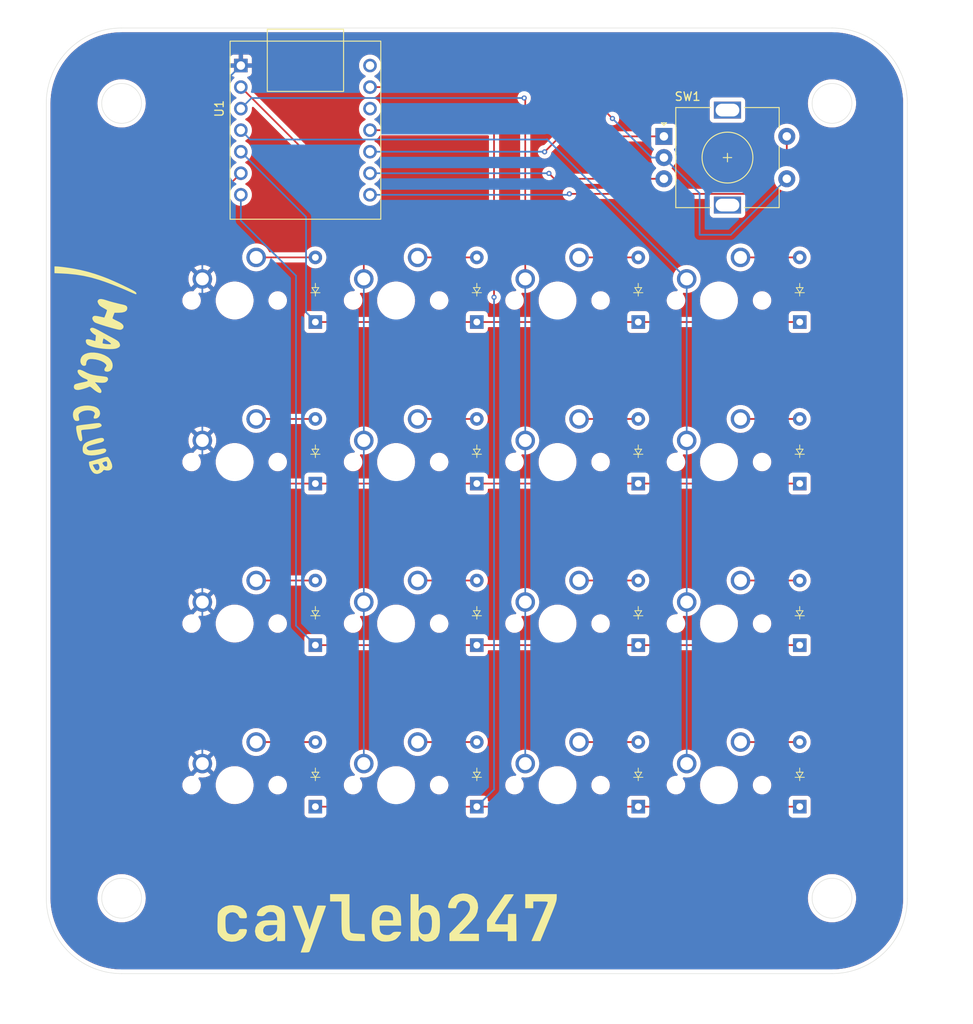
<source format=kicad_pcb>
(kicad_pcb (version 20240108) (generator "pcbnew") (generator_version "8.0")
  (layers (0 "F.Cu" signal) (31 "B.Cu" signal) (34 "B.Paste" user) (35 "F.Paste" user) (36 "B.SilkS" user "B.Silkscreen") (37 "F.SilkS" user "F.Silkscreen") (38 "B.Mask" user) (39 "F.Mask" user) (44 "Edge.Cuts" user))
  (net 0 "")
  (net 1 "ROW0")
  (net 2 "Net-(D1-A)")
  (net 3 "Net-(D16-A)")
  (net 4 "Net-(D17-A)")
  (net 5 "Net-(D18-A)")
  (net 6 "Net-(D19-A)")
  (net 7 "ROW1")
  (net 8 "Net-(D20-A)")
  (net 9 "Net-(D21-A)")
  (net 10 "Net-(D22-A)")
  (net 11 "ROW2")
  (net 12 "Net-(D23-A)")
  (net 13 "Net-(D24-A)")
  (net 14 "Net-(D25-A)")
  (net 15 "Net-(D26-A)")
  (net 16 "ROW3")
  (net 17 "Net-(D27-A)")
  (net 18 "Net-(D28-A)")
  (net 19 "Net-(D29-A)")
  (net 20 "Net-(D30-A)")
  (net 21 "COL1")
  (net 22 "COL2")
  (net 23 "COL3")
  (net 24 "COL0")
  (net 25 "EC11B")
  (net 26 "EC11A")
  (net 27 "EC11SW")
  (net 28 "GND")
  (net 29 "+5V")
  (footprint "MX_Solderable:MX-Solderable-1U" (layer "F.Cu") (at 136.525 117.475)
    (property "Reference" "S14")
    (property "Value" "Keyswitch")
    (pad "" np_thru_hole circle (at -5.08 0 48.099) (size 1.7018 1.7018) (drill 1.7018) (layers "F&B.Cu" "*.Mask"))
    (pad "" np_thru_hole circle (at 0 0) (size 3.9878 3.9878) (drill 3.9878) (layers "*.Cu" "*.Mask"))
    (pad "" np_thru_hole circle (at 5.08 0 48.099) (size 1.7018 1.7018) (drill 1.7018) (layers "F&B.Cu" "*.Mask"))
    (pad "1" thru_hole circle (at -3.81 -2.54) (size 2.3 2.3) (drill 1.524) (layers "*.Cu" "B.Mask") (net 22 "COL2"))
    (pad "2" thru_hole circle (at 2.54 -5.08) (size 2.3 2.3) (drill 1.524) (layers "*.Cu" "B.Mask") (net 19 "Net-(D29-A)"))
  )
  (footprint "ScottoKeebs_Components:Diode_DO-35" (layer "F.Cu") (at 165.1 120.015 90)
    (property "Reference" "D30" (hide yes))
    (property "Value" "D" (hide yes))
    (pad "1" thru_hole rect (at 0 0 90) (size 1.6 1.6) (drill 0.8) (layers "*.Cu" "*.Mask") (net 16 "ROW3"))
    (pad "2" thru_hole oval (at 7.62 0 90) (size 1.6 1.6) (drill 0.8) (layers "*.Cu" "*.Mask") (net 20 "Net-(D30-A)"))
  )
  (footprint "MX_Solderable:MX-Solderable-1U" (layer "F.Cu") (at 117.475 98.425)
    (property "Reference" "S9")
    (property "Value" "Keyswitch")
    (pad "" np_thru_hole circle (at -5.08 0 48.099) (size 1.7018 1.7018) (drill 1.7018) (layers "F&B.Cu" "*.Mask"))
    (pad "" np_thru_hole circle (at 0 0) (size 3.9878 3.9878) (drill 3.9878) (layers "*.Cu" "*.Mask"))
    (pad "" np_thru_hole circle (at 5.08 0 48.099) (size 1.7018 1.7018) (drill 1.7018) (layers "F&B.Cu" "*.Mask"))
    (pad "1" thru_hole circle (at -3.81 -2.54) (size 2.3 2.3) (drill 1.524) (layers "*.Cu" "B.Mask") (net 21 "COL1"))
    (pad "2" thru_hole circle (at 2.54 -5.08) (size 2.3 2.3) (drill 1.524) (layers "*.Cu" "B.Mask") (net 13 "Net-(D24-A)"))
  )
  (footprint "graphics:flag_big" (layer "F.Cu") (at 82.169 70.612 -90)
    (property "Reference" "G***" (hide yes))
    (property "Value" "LOGO" (hide yes))
  )
  (footprint "ScottoKeebs_Components:Diode_DO-35" (layer "F.Cu") (at 127 81.915 90)
    (property "Reference" "D20" (hide yes))
    (property "Value" "D" (hide yes))
    (pad "1" thru_hole rect (at 0 0 90) (size 1.6 1.6) (drill 0.8) (layers "*.Cu" "*.Mask") (net 7 "ROW1"))
    (pad "2" thru_hole oval (at 7.62 0 90) (size 1.6 1.6) (drill 0.8) (layers "*.Cu" "*.Mask") (net 8 "Net-(D20-A)"))
  )
  (footprint "ScottoKeebs_Components:Diode_DO-35" (layer "F.Cu") (at 146.05 120.015 90)
    (property "Reference" "D29" (hide yes))
    (property "Value" "D" (hide yes))
    (pad "1" thru_hole rect (at 0 0 90) (size 1.6 1.6) (drill 0.8) (layers "*.Cu" "*.Mask") (net 16 "ROW3"))
    (pad "2" thru_hole oval (at 7.62 0 90) (size 1.6 1.6) (drill 0.8) (layers "*.Cu" "*.Mask") (net 19 "Net-(D29-A)"))
  )
  (footprint "MX_Solderable:MX-Solderable-1U" (layer "F.Cu") (at 117.475 79.375)
    (property "Reference" "S5")
    (property "Value" "Keyswitch")
    (pad "" np_thru_hole circle (at -5.08 0 48.099) (size 1.7018 1.7018) (drill 1.7018) (layers "F&B.Cu" "*.Mask"))
    (pad "" np_thru_hole circle (at 0 0) (size 3.9878 3.9878) (drill 3.9878) (layers "*.Cu" "*.Mask"))
    (pad "" np_thru_hole circle (at 5.08 0 48.099) (size 1.7018 1.7018) (drill 1.7018) (layers "F&B.Cu" "*.Mask"))
    (pad "1" thru_hole circle (at -3.81 -2.54) (size 2.3 2.3) (drill 1.524) (layers "*.Cu" "B.Mask") (net 21 "COL1"))
    (pad "2" thru_hole circle (at 2.54 -5.08) (size 2.3 2.3) (drill 1.524) (layers "*.Cu" "B.Mask") (net 8 "Net-(D20-A)"))
  )
  (footprint "XIAO_PCB:MOUDLE14P-2.54-21X17.8MM" (layer "F.Cu") (at 106.777868 40.242343 90)
    (property "Reference" "U1" (at 2.54 -10.16 90) (layer "F.SilkS"))
    (property "Value" "MOUDLE-SEEEDUINO-XIAO")
    (pad "1" thru_hole rect (at 7.62 -7.62 90) (size 1.6 1.6) (drill 1) (layers "*.Cu" "*.Mask") (net 24 "COL0"))
    (pad "2" thru_hole circle (at 5.08 -7.62 90) (size 1.6 1.6) (drill 1) (layers "*.Cu" "*.Mask") (net 21 "COL1"))
    (pad "3" thru_hole circle (at 2.54 -7.62 90) (size 1.6 1.6) (drill 1) (layers "*.Cu" "*.Mask") (net 22 "COL2"))
    (pad "4" thru_hole circle (at 0 -7.62 90) (size 1.6 1.6) (drill 1) (layers "*.Cu" "*.Mask") (net 23 "COL3"))
    (pad "5" thru_hole circle (at -2.54 -7.62 90) (size 1.6 1.6) (drill 1) (layers "*.Cu" "*.Mask") (net 1 "ROW0"))
    (pad "6" thru_hole circle (at -5.08 -7.62 90) (size 1.6 1.6) (drill 1) (layers "*.Cu" "*.Mask") (net 7 "ROW1"))
    (pad "7" thru_hole circle (at -7.62 -7.62 90) (size 1.6 1.6) (drill 1) (layers "*.Cu" "*.Mask") (net 11 "ROW2"))
    (pad "8" thru_hole circle (at -7.62 7.62 90) (size 1.6 1.6) (drill 1) (layers "*.Cu" "*.Mask") (net 27 "EC11SW"))
    (pad "9" thru_hole circle (at -5.08 7.62 90) (size 1.6 1.6) (drill 1) (layers "*.Cu" "*.Mask") (net 25 "EC11B"))
    (pad "10" thru_hole circle (at -2.54 7.62 90) (size 1.6 1.6) (drill 1) (layers "*.Cu" "*.Mask") (net 26 "EC11A"))
    (pad "11" thru_hole circle (at 0 7.62 90) (size 1.6 1.6) (drill 1) (layers "*.Cu" "*.Mask") (net 16 "ROW3"))
    (pad "12" thru_hole circle (at 2.54 7.62 90) (size 1.6 1.6) (drill 1) (layers "*.Cu" "*.Mask"))
    (pad "13" thru_hole circle (at 5.08 7.62 90) (size 1.6 1.6) (drill 1) (layers "*.Cu" "*.Mask") (net 28 "GND"))
    (pad "14" thru_hole circle (at 7.62 7.62 90) (size 1.6 1.6) (drill 1) (layers "*.Cu" "*.Mask") (net 29 "+5V"))
  )
  (footprint "MX_Solderable:MX-Solderable-1U" (layer "F.Cu") (at 98.425 98.425)
    (property "Reference" "S8")
    (property "Value" "Keyswitch")
    (pad "" np_thru_hole circle (at -5.08 0 48.099) (size 1.7018 1.7018) (drill 1.7018) (layers "F&B.Cu" "*.Mask"))
    (pad "" np_thru_hole circle (at 0 0) (size 3.9878 3.9878) (drill 3.9878) (layers "*.Cu" "*.Mask"))
    (pad "" np_thru_hole circle (at 5.08 0 48.099) (size 1.7018 1.7018) (drill 1.7018) (layers "F&B.Cu" "*.Mask"))
    (pad "1" thru_hole circle (at -3.81 -2.54) (size 2.3 2.3) (drill 1.524) (layers "*.Cu" "B.Mask") (net 24 "COL0"))
    (pad "2" thru_hole circle (at 2.54 -5.08) (size 2.3 2.3) (drill 1.524) (layers "*.Cu" "B.Mask") (net 12 "Net-(D23-A)"))
  )
  (footprint "MX_Solderable:MX-Solderable-1U" (layer "F.Cu") (at 117.475 60.325)
    (property "Reference" "S1")
    (property "Value" "Keyswitch")
    (pad "" np_thru_hole circle (at -5.08 0 48.099) (size 1.7018 1.7018) (drill 1.7018) (layers "F&B.Cu" "*.Mask"))
    (pad "" np_thru_hole circle (at 0 0) (size 3.9878 3.9878) (drill 3.9878) (layers "*.Cu" "*.Mask"))
    (pad "" np_thru_hole circle (at 5.08 0 48.099) (size 1.7018 1.7018) (drill 1.7018) (layers "F&B.Cu" "*.Mask"))
    (pad "1" thru_hole circle (at -3.81 -2.54) (size 2.3 2.3) (drill 1.524) (layers "*.Cu" "B.Mask") (net 21 "COL1"))
    (pad "2" thru_hole circle (at 2.54 -5.08) (size 2.3 2.3) (drill 1.524) (layers "*.Cu" "B.Mask") (net 3 "Net-(D16-A)"))
  )
  (footprint "MX_Solderable:MX-Solderable-1U" (layer "F.Cu") (at 117.475 117.475)
    (property "Reference" "S13")
    (property "Value" "Keyswitch")
    (pad "" np_thru_hole circle (at -5.08 0 48.099) (size 1.7018 1.7018) (drill 1.7018) (layers "F&B.Cu" "*.Mask"))
    (pad "" np_thru_hole circle (at 0 0) (size 3.9878 3.9878) (drill 3.9878) (layers "*.Cu" "*.Mask"))
    (pad "" np_thru_hole circle (at 5.08 0 48.099) (size 1.7018 1.7018) (drill 1.7018) (layers "F&B.Cu" "*.Mask"))
    (pad "1" thru_hole circle (at -3.81 -2.54) (size 2.3 2.3) (drill 1.524) (layers "*.Cu" "B.Mask") (net 21 "COL1"))
    (pad "2" thru_hole circle (at 2.54 -5.08) (size 2.3 2.3) (drill 1.524) (layers "*.Cu" "B.Mask") (net 18 "Net-(D28-A)"))
  )
  (footprint "MX_Solderable:MX-Solderable-1U" (layer "F.Cu") (at 98.425 60.325)
    (property "Reference" "S16")
    (property "Value" "Keyswitch")
    (pad "" np_thru_hole circle (at -5.08 0 48.099) (size 1.7018 1.7018) (drill 1.7018) (layers "F&B.Cu" "*.Mask"))
    (pad "" np_thru_hole circle (at 0 0) (size 3.9878 3.9878) (drill 3.9878) (layers "*.Cu" "*.Mask"))
    (pad "" np_thru_hole circle (at 5.08 0 48.099) (size 1.7018 1.7018) (drill 1.7018) (layers "F&B.Cu" "*.Mask"))
    (pad "1" thru_hole circle (at -3.81 -2.54) (size 2.3 2.3) (drill 1.524) (layers "*.Cu" "B.Mask") (net 24 "COL0"))
    (pad "2" thru_hole circle (at 2.54 -5.08) (size 2.3 2.3) (drill 1.524) (layers "*.Cu" "B.Mask") (net 2 "Net-(D1-A)"))
  )
  (footprint "ScottoKeebs_Components:Diode_DO-35" (layer "F.Cu") (at 107.95 62.865 90)
    (property "Reference" "D1" (hide yes))
    (property "Value" "D" (hide yes))
    (pad "1" thru_hole rect (at 0 0 90) (size 1.6 1.6) (drill 0.8) (layers "*.Cu" "*.Mask") (net 1 "ROW0"))
    (pad "2" thru_hole oval (at 7.62 0 90) (size 1.6 1.6) (drill 0.8) (layers "*.Cu" "*.Mask") (net 2 "Net-(D1-A)"))
  )
  (footprint "MX_Solderable:MX-Solderable-1U" (layer "F.Cu") (at 155.575 79.375)
    (property "Reference" "S7")
    (property "Value" "Keyswitch")
    (pad "" np_thru_hole circle (at -5.08 0 48.099) (size 1.7018 1.7018) (drill 1.7018) (layers "F&B.Cu" "*.Mask"))
    (pad "" np_thru_hole circle (at 0 0) (size 3.9878 3.9878) (drill 3.9878) (layers "*.Cu" "*.Mask"))
    (pad "" np_thru_hole circle (at 5.08 0 48.099) (size 1.7018 1.7018) (drill 1.7018) (layers "F&B.Cu" "*.Mask"))
    (pad "1" thru_hole circle (at -3.81 -2.54) (size 2.3 2.3) (drill 1.524) (layers "*.Cu" "B.Mask") (net 23 "COL3"))
    (pad "2" thru_hole circle (at 2.54 -5.08) (size 2.3 2.3) (drill 1.524) (layers "*.Cu" "B.Mask") (net 10 "Net-(D22-A)"))
  )
  (footprint "MX_Solderable:MX-Solderable-1U" (layer "F.Cu") (at 155.575 98.425)
    (property "Reference" "S11")
    (property "Value" "Keyswitch")
    (pad "" np_thru_hole circle (at -5.08 0 48.099) (size 1.7018 1.7018) (drill 1.7018) (layers "F&B.Cu" "*.Mask"))
    (pad "" np_thru_hole circle (at 0 0) (size 3.9878 3.9878) (drill 3.9878) (layers "*.Cu" "*.Mask"))
    (pad "" np_thru_hole circle (at 5.08 0 48.099) (size 1.7018 1.7018) (drill 1.7018) (layers "F&B.Cu" "*.Mask"))
    (pad "1" thru_hole circle (at -3.81 -2.54) (size 2.3 2.3) (drill 1.524) (layers "*.Cu" "B.Mask") (net 23 "COL3"))
    (pad "2" thru_hole circle (at 2.54 -5.08) (size 2.3 2.3) (drill 1.524) (layers "*.Cu" "B.Mask") (net 15 "Net-(D26-A)"))
  )
  (footprint "MX_Solderable:MX-Solderable-1U" (layer "F.Cu") (at 136.525 60.325)
    (property "Reference" "S2")
    (property "Value" "Keyswitch")
    (pad "" np_thru_hole circle (at -5.08 0 48.099) (size 1.7018 1.7018) (drill 1.7018) (layers "F&B.Cu" "*.Mask"))
    (pad "" np_thru_hole circle (at 0 0) (size 3.9878 3.9878) (drill 3.9878) (layers "*.Cu" "*.Mask"))
    (pad "" np_thru_hole circle (at 5.08 0 48.099) (size 1.7018 1.7018) (drill 1.7018) (layers "F&B.Cu" "*.Mask"))
    (pad "1" thru_hole circle (at -3.81 -2.54) (size 2.3 2.3) (drill 1.524) (layers "*.Cu" "B.Mask") (net 22 "COL2"))
    (pad "2" thru_hole circle (at 2.54 -5.08) (size 2.3 2.3) (drill 1.524) (layers "*.Cu" "B.Mask") (net 4 "Net-(D17-A)"))
  )
  (footprint "ScottoKeebs_Components:Diode_DO-35" (layer "F.Cu") (at 165.1 62.865 90)
    (property "Reference" "D18" (hide yes))
    (property "Value" "D" (hide yes))
    (pad "1" thru_hole rect (at 0 0 90) (size 1.6 1.6) (drill 0.8) (layers "*.Cu" "*.Mask") (net 1 "ROW0"))
    (pad "2" thru_hole oval (at 7.62 0 90) (size 1.6 1.6) (drill 0.8) (layers "*.Cu" "*.Mask") (net 5 "Net-(D18-A)"))
  )
  (footprint "ScottoKeebs_Components:Diode_DO-35" (layer "F.Cu") (at 165.1 81.915 90)
    (property "Reference" "D22" (hide yes))
    (property "Value" "D" (hide yes))
    (pad "1" thru_hole rect (at 0 0 90) (size 1.6 1.6) (drill 0.8) (layers "*.Cu" "*.Mask") (net 7 "ROW1"))
    (pad "2" thru_hole oval (at 7.62 0 90) (size 1.6 1.6) (drill 0.8) (layers "*.Cu" "*.Mask") (net 10 "Net-(D22-A)"))
  )
  (footprint "MX_Solderable:MX-Solderable-1U" (layer "F.Cu") (at 155.575 60.325)
    (property "Reference" "S3")
    (property "Value" "Keyswitch")
    (pad "" np_thru_hole circle (at -5.08 0 48.099) (size 1.7018 1.7018) (drill 1.7018) (layers "F&B.Cu" "*.Mask"))
    (pad "" np_thru_hole circle (at 0 0) (size 3.9878 3.9878) (drill 3.9878) (layers "*.Cu" "*.Mask"))
    (pad "" np_thru_hole circle (at 5.08 0 48.099) (size 1.7018 1.7018) (drill 1.7018) (layers "F&B.Cu" "*.Mask"))
    (pad "1" thru_hole circle (at -3.81 -2.54) (size 2.3 2.3) (drill 1.524) (layers "*.Cu" "B.Mask") (net 23 "COL3"))
    (pad "2" thru_hole circle (at 2.54 -5.08) (size 2.3 2.3) (drill 1.524) (layers "*.Cu" "B.Mask") (net 5 "Net-(D18-A)"))
  )
  (footprint "ScottoKeebs_Components:Diode_DO-35" (layer "F.Cu") (at 127 120.015 90)
    (property "Reference" "D28" (hide yes))
    (property "Value" "D" (hide yes))
    (pad "1" thru_hole rect (at 0 0 90) (size 1.6 1.6) (drill 0.8) (layers "*.Cu" "*.Mask") (net 16 "ROW3"))
    (pad "2" thru_hole oval (at 7.62 0 90) (size 1.6 1.6) (drill 0.8) (layers "*.Cu" "*.Mask") (net 18 "Net-(D28-A)"))
  )
  (footprint "MX_Solderable:MX-Solderable-1U" (layer "F.Cu") (at 136.525 98.425)
    (property "Reference" "S10")
    (property "Value" "Keyswitch")
    (pad "" np_thru_hole circle (at -5.08 0 48.099) (size 1.7018 1.7018) (drill 1.7018) (layers "F&B.Cu" "*.Mask"))
    (pad "" np_thru_hole circle (at 0 0) (size 3.9878 3.9878) (drill 3.9878) (layers "*.Cu" "*.Mask"))
    (pad "" np_thru_hole circle (at 5.08 0 48.099) (size 1.7018 1.7018) (drill 1.7018) (layers "F&B.Cu" "*.Mask"))
    (pad "1" thru_hole circle (at -3.81 -2.54) (size 2.3 2.3) (drill 1.524) (layers "*.Cu" "B.Mask") (net 22 "COL2"))
    (pad "2" thru_hole circle (at 2.54 -5.08) (size 2.3 2.3) (drill 1.524) (layers "*.Cu" "B.Mask") (net 14 "Net-(D25-A)"))
  )
  (footprint "ScottoKeebs_Components:Diode_DO-35" (layer "F.Cu") (at 146.05 81.915 90)
    (property "Reference" "D21" (hide yes))
    (property "Value" "D" (hide yes))
    (pad "1" thru_hole rect (at 0 0 90) (size 1.6 1.6) (drill 0.8) (layers "*.Cu" "*.Mask") (net 7 "ROW1"))
    (pad "2" thru_hole oval (at 7.62 0 90) (size 1.6 1.6) (drill 0.8) (layers "*.Cu" "*.Mask") (net 9 "Net-(D21-A)"))
  )
  (footprint "Rotary_Encoder:RotaryEncoder_Alps_EC11E-Switch_Vertical_H20mm" (layer "F.Cu") (at 149.076 40.974)
    (property "Reference" "SW1" (at 2.8 -4.7 0) (layer "F.SilkS"))
    (property "Value" "RotaryEncoder_Switch")
    (pad "A" thru_hole rect (at 0 0) (size 2 2) (drill 1) (layers "*.Cu" "*.Mask") (net 26 "EC11A"))
    (pad "B" thru_hole circle (at 0 5) (size 2 2) (drill 1) (layers "*.Cu" "*.Mask") (net 25 "EC11B"))
    (pad "C" thru_hole circle (at 0 2.5) (size 2 2) (drill 1) (layers "*.Cu" "*.Mask") (net 28 "GND"))
    (pad "MP" thru_hole rect (at 7.5 -3.1) (size 3.2 2) (drill oval 2.8 1.5) (layers "*.Cu" "*.Mask"))
    (pad "MP" thru_hole rect (at 7.5 8.1) (size 3.2 2) (drill oval 2.8 1.5) (layers "*.Cu" "*.Mask"))
    (pad "S1" thru_hole circle (at 14.5 5) (size 2 2) (drill 1) (layers "*.Cu" "*.Mask") (net 28 "GND"))
    (pad "S2" thru_hole circle (at 14.5 0) (size 2 2) (drill 1) (layers "*.Cu" "*.Mask") (net 27 "EC11SW"))
  )
  (footprint "MX_Solderable:MX-Solderable-1U" (layer "F.Cu") (at 98.425 79.375)
    (property "Reference" "S4")
    (property "Value" "Keyswitch")
    (pad "" np_thru_hole circle (at -5.08 0 48.099) (size 1.7018 1.7018) (drill 1.7018) (layers "F&B.Cu" "*.Mask"))
    (pad "" np_thru_hole circle (at 0 0) (size 3.9878 3.9878) (drill 3.9878) (layers "*.Cu" "*.Mask"))
    (pad "" np_thru_hole circle (at 5.08 0 48.099) (size 1.7018 1.7018) (drill 1.7018) (layers "F&B.Cu" "*.Mask"))
    (pad "1" thru_hole circle (at -3.81 -2.54) (size 2.3 2.3) (drill 1.524) (layers "*.Cu" "B.Mask") (net 24 "COL0"))
    (pad "2" thru_hole circle (at 2.54 -5.08) (size 2.3 2.3) (drill 1.524) (layers "*.Cu" "B.Mask") (net 6 "Net-(D19-A)"))
  )
  (footprint "ScottoKeebs_Components:Diode_DO-35" (layer "F.Cu") (at 107.95 120.015 90)
    (property "Reference" "D27" (hide yes))
    (property "Value" "D" (hide yes))
    (pad "1" thru_hole rect (at 0 0 90) (size 1.6 1.6) (drill 0.8) (layers "*.Cu" "*.Mask") (net 16 "ROW3"))
    (pad "2" thru_hole oval (at 7.62 0 90) (size 1.6 1.6) (drill 0.8) (layers "*.Cu" "*.Mask") (net 17 "Net-(D27-A)"))
  )
  (footprint "MX_Solderable:MX-Solderable-1U" (layer "F.Cu") (at 136.525 79.375)
    (property "Reference" "S6")
    (property "Value" "Keyswitch")
    (pad "" np_thru_hole circle (at -5.08 0 48.099) (size 1.7018 1.7018) (drill 1.7018) (layers "F&B.Cu" "*.Mask"))
    (pad "" np_thru_hole circle (at 0 0) (size 3.9878 3.9878) (drill 3.9878) (layers "*.Cu" "*.Mask"))
    (pad "" np_thru_hole circle (at 5.08 0 48.099) (size 1.7018 1.7018) (drill 1.7018) (layers "F&B.Cu" "*.Mask"))
    (pad "1" thru_hole circle (at -3.81 -2.54) (size 2.3 2.3) (drill 1.524) (layers "*.Cu" "B.Mask") (net 22 "COL2"))
    (pad "2" thru_hole circle (at 2.54 -5.08) (size 2.3 2.3) (drill 1.524) (layers "*.Cu" "B.Mask") (net 9 "Net-(D21-A)"))
  )
  (footprint "graphics:username" (layer "F.Cu") (at 116.332 133.731)
    (property "Reference" "G***" (hide yes))
    (property "Value" "LOGO" (hide yes))
  )
  (footprint "ScottoKeebs_Components:Diode_DO-35" (layer "F.Cu") (at 146.05 100.965 90)
    (property "Reference" "D25" (hide yes))
    (property "Value" "D" (hide yes))
    (pad "1" thru_hole rect (at 0 0 90) (size 1.6 1.6) (drill 0.8) (layers "*.Cu" "*.Mask") (net 11 "ROW2"))
    (pad "2" thru_hole oval (at 7.62 0 90) (size 1.6 1.6) (drill 0.8) (layers "*.Cu" "*.Mask") (net 14 "Net-(D25-A)"))
  )
  (footprint "ScottoKeebs_Components:Diode_DO-35" (layer "F.Cu") (at 107.95 81.915 90)
    (property "Reference" "D19" (hide yes))
    (property "Value" "D" (hide yes))
    (pad "1" thru_hole rect (at 0 0 90) (size 1.6 1.6) (drill 0.8) (layers "*.Cu" "*.Mask") (net 7 "ROW1"))
    (pad "2" thru_hole oval (at 7.62 0 90) (size 1.6 1.6) (drill 0.8) (layers "*.Cu" "*.Mask") (net 6 "Net-(D19-A)"))
  )
  (footprint "ScottoKeebs_Components:Diode_DO-35" (layer "F.Cu") (at 107.95 100.965 90)
    (property "Reference" "D23" (hide yes))
    (property "Value" "D" (hide yes))
    (pad "1" thru_hole rect (at 0 0 90) (size 1.6 1.6) (drill 0.8) (layers "*.Cu" "*.Mask") (net 11 "ROW2"))
    (pad "2" thru_hole oval (at 7.62 0 90) (size 1.6 1.6) (drill 0.8) (layers "*.Cu" "*.Mask") (net 12 "Net-(D23-A)"))
  )
  (footprint "ScottoKeebs_Components:Diode_DO-35" (layer "F.Cu") (at 127 62.865 90)
    (property "Reference" "D16" (hide yes))
    (property "Value" "D" (hide yes))
    (pad "1" thru_hole rect (at 0 0 90) (size 1.6 1.6) (drill 0.8) (layers "*.Cu" "*.Mask") (net 1 "ROW0"))
    (pad "2" thru_hole oval (at 7.62 0 90) (size 1.6 1.6) (drill 0.8) (layers "*.Cu" "*.Mask") (net 3 "Net-(D16-A)"))
  )
  (footprint "ScottoKeebs_Components:Diode_DO-35" (layer "F.Cu") (at 146.05 62.865 90)
    (property "Reference" "D17" (hide yes))
    (property "Value" "D" (hide yes))
    (pad "1" thru_hole rect (at 0 0 90) (size 1.6 1.6) (drill 0.8) (layers "*.Cu" "*.Mask") (net 1 "ROW0"))
    (pad "2" thru_hole oval (at 7.62 0 90) (size 1.6 1.6) (drill 0.8) (layers "*.Cu" "*.Mask") (net 4 "Net-(D17-A)"))
  )
  (footprint "graphics:white" (layer "F.Cu") (at 120.269 138.049)
    (property "Reference" "G***" (hide yes))
    (property "Value" "LOGO" (hide yes))
  )
  (footprint "ScottoKeebs_Components:Diode_DO-35" (layer "F.Cu") (at 165.1 100.965 90)
    (property "Reference" "D26" (hide yes))
    (property "Value" "D" (hide yes))
    (pad "1" thru_hole rect (at 0 0 90) (size 1.6 1.6) (drill 0.8) (layers "*.Cu" "*.Mask") (net 11 "ROW2"))
    (pad "2" thru_hole oval (at 7.62 0 90) (size 1.6 1.6) (drill 0.8) (layers "*.Cu" "*.Mask") (net 15 "Net-(D26-A)"))
  )
  (footprint "ScottoKeebs_Components:Diode_DO-35" (layer "F.Cu") (at 127 100.965 90)
    (property "Reference" "D24" (hide yes))
    (property "Value" "D" (hide yes))
    (pad "1" thru_hole rect (at 0 0 90) (size 1.6 1.6) (drill 0.8) (layers "*.Cu" "*.Mask") (net 11 "ROW2"))
    (pad "2" thru_hole oval (at 7.62 0 90) (size 1.6 1.6) (drill 0.8) (layers "*.Cu" "*.Mask") (net 13 "Net-(D24-A)"))
  )
  (footprint "MX_Solderable:MX-Solderable-1U" (layer "F.Cu") (at 155.575 117.475)
    (property "Reference" "S15")
    (property "Value" "Keyswitch")
    (pad "" np_thru_hole circle (at -5.08 0 48.099) (size 1.7018 1.7018) (drill 1.7018) (layers "F&B.Cu" "*.Mask"))
    (pad "" np_thru_hole circle (at 0 0) (size 3.9878 3.9878) (drill 3.9878) (layers "*.Cu" "*.Mask"))
    (pad "" np_thru_hole circle (at 5.08 0 48.099) (size 1.7018 1.7018) (drill 1.7018) (layers "F&B.Cu" "*.Mask"))
    (pad "1" thru_hole circle (at -3.81 -2.54) (size 2.3 2.3) (drill 1.524) (layers "*.Cu" "B.Mask") (net 23 "COL3"))
    (pad "2" thru_hole circle (at 2.54 -5.08) (size 2.3 2.3) (drill 1.524) (layers "*.Cu" "B.Mask") (net 20 "Net-(D30-A)"))
  )
  (footprint "MX_Solderable:MX-Solderable-1U" (layer "F.Cu") (at 98.425 117.475)
    (property "Reference" "S12")
    (property "Value" "Keyswitch")
    (pad "" np_thru_hole circle (at -5.08 0 48.099) (size 1.7018 1.7018) (drill 1.7018) (layers "F&B.Cu" "*.Mask"))
    (pad "" np_thru_hole circle (at 0 0) (size 3.9878 3.9878) (drill 3.9878) (layers "*.Cu" "*.Mask"))
    (pad "" np_thru_hole circle (at 5.08 0 48.099) (size 1.7018 1.7018) (drill 1.7018) (layers "F&B.Cu" "*.Mask"))
    (pad "1" thru_hole circle (at -3.81 -2.54) (size 2.3 2.3) (drill 1.524) (layers "*.Cu" "B.Mask") (net 24 "COL0"))
    (pad "2" thru_hole circle (at 2.54 -5.08) (size 2.3 2.3) (drill 1.524) (layers "*.Cu" "B.Mask") (net 17 "Net-(D27-A)"))
  )
  (gr_arc (start 168.91 28.194) (mid 175.196179 30.797821) (end 177.8 37.084) (stroke (width 0.05)) (layer "Edge.Cuts"))
  (gr_line (start 85.09 28.194) (end 168.91 28.194) (stroke (width 0.05)) (layer "Edge.Cuts"))
  (gr_arc (start 85.09 139.7) (mid 78.803821 137.096179) (end 76.2 130.81) (stroke (width 0.05)) (layer "Edge.Cuts"))
  (gr_circle (center 168.91 37.084) (end 171.26 37.084) (stroke (width 0.05)) (fill none) (layer "Edge.Cuts"))
  (gr_arc (start 76.2 37.084) (mid 78.803821 30.797821) (end 85.09 28.194) (stroke (width 0.05)) (layer "Edge.Cuts"))
  (gr_circle (center 168.91 130.81) (end 171.26 130.81) (stroke (width 0.05)) (fill none) (layer "Edge.Cuts"))
  (gr_circle (center 85.09 37.084) (end 87.44 37.084) (stroke (width 0.05)) (fill none) (layer "Edge.Cuts"))
  (gr_line (start 76.2 37.084) (end 76.2 130.81) (stroke (width 0.05)) (layer "Edge.Cuts"))
  (gr_line (start 177.8 37.084) (end 177.8 130.81) (stroke (width 0.05)) (layer "Edge.Cuts"))
  (gr_line (start 85.09 139.7) (end 168.91 139.7) (stroke (width 0.05)) (layer "Edge.Cuts"))
  (gr_arc (start 177.8 130.81) (mid 175.196179 137.096179) (end 168.91 139.7) (stroke (width 0.05)) (layer "Edge.Cuts"))
  (gr_circle (center 85.09 130.81) (end 87.44 130.81) (stroke (width 0.05)) (fill none) (layer "Edge.Cuts"))
  (segment (start 107.95 62.865) (end 165.1 62.865) (width 0.2) (layer "F.Cu") (net 1))
  (segment (start 107.95 62.865) (end 107.95 62.812475) (width 0.2) (layer "B.Cu") (net 1))
  (segment (start 107.95 62.812475) (end 106.85 61.712475) (width 0.2) (layer "B.Cu") (net 1))
  (segment (start 106.85 50.474475) (end 99.157868 42.782343) (width 0.2) (layer "B.Cu") (net 1))
  (segment (start 106.85 61.712475) (end 106.85 50.474475) (width 0.2) (layer "B.Cu") (net 1))
  (segment (start 100.965 55.245) (end 107.95 55.245) (width 0.2) (layer "F.Cu") (net 2))
  (segment (start 120.015 55.245) (end 127 55.245) (width 0.2) (layer "F.Cu") (net 3))
  (segment (start 139.065 55.245) (end 146.05 55.245) (width 0.2) (layer "F.Cu") (net 4))
  (segment (start 158.115 55.245) (end 165.1 55.245) (width 0.2) (layer "F.Cu") (net 5))
  (segment (start 100.965 74.295) (end 107.95 74.295) (width 0.2) (layer "F.Cu") (net 6))
  (segment (start 89.535 81.915) (end 89.535 55.544343) (width 0.2) (layer "F.Cu") (net 7))
  (segment (start 127 81.915) (end 165.1 81.915) (width 0.2) (layer "F.Cu") (net 7))
  (segment (start 89.535 54.945211) (end 99.157868 45.322343) (width 0.2) (layer "F.Cu") (net 7))
  (segment (start 107.95 81.915) (end 89.535 81.915) (width 0.2) (layer "F.Cu") (net 7))
  (segment (start 89.535 55.544343) (end 89.535 54.945211) (width 0.2) (layer "F.Cu") (net 7))
  (segment (start 107.95 81.915) (end 127 81.915) (width 0.2) (layer "F.Cu") (net 7))
  (segment (start 120.015 74.295) (end 127 74.295) (width 0.2) (layer "F.Cu") (net 8))
  (segment (start 139.065 74.295) (end 146.05 74.295) (width 0.2) (layer "F.Cu") (net 9))
  (segment (start 158.115 74.295) (end 165.1 74.295) (width 0.2) (layer "F.Cu") (net 10))
  (segment (start 107.95 100.965) (end 165.1 100.965) (width 0.2) (layer "F.Cu") (net 11))
  (segment (start 99.157868 50.897868) (end 99.157868 47.862343) (width 0.2) (layer "B.Cu") (net 11))
  (segment (start 105.664 57.404) (end 105.664 98.679) (width 0.2) (layer "B.Cu") (net 11))
  (segment (start 105.664 57.404) (end 99.157868 50.897868) (width 0.2) (layer "B.Cu") (net 11))
  (segment (start 105.664 98.679) (end 107.95 100.965) (width 0.2) (layer "B.Cu") (net 11))
  (segment (start 100.965 93.345) (end 107.95 93.345) (width 0.2) (layer "F.Cu") (net 12))
  (segment (start 120.015 93.345) (end 127 93.345) (width 0.2) (layer "F.Cu") (net 13))
  (segment (start 139.065 93.345) (end 146.05 93.345) (width 0.2) (layer "F.Cu") (net 14))
  (segment (start 158.115 93.345) (end 165.1 93.345) (width 0.2) (layer "F.Cu") (net 15))
  (segment (start 129.032 40.132) (end 129.032 59.944) (width 0.2) (layer "F.Cu") (net 16))
  (segment (start 107.95 120.015) (end 165.1 120.015) (width 0.2) (layer "F.Cu") (net 16))
  (segment (start 114.397868 40.242343) (end 128.921657 40.242343) (width 0.2) (layer "F.Cu") (net 16))
  (segment (start 128.921657 40.242343) (end 129.032 40.132) (width 0.2) (layer "F.Cu") (net 16))
  (via (at 129.032 59.944) (size 0.6) (drill 0.3) (layers "F.Cu" "B.Cu") (net 16))
  (segment (start 129.032 59.944) (end 129.032 117.983) (width 0.2) (layer "B.Cu") (net 16))
  (segment (start 129.032 117.983) (end 127 120.015) (width 0.2) (layer "B.Cu") (net 16))
  (segment (start 100.965 112.395) (end 107.95 112.395) (width 0.2) (layer "F.Cu") (net 17))
  (segment (start 120.015 112.395) (end 127 112.395) (width 0.2) (layer "F.Cu") (net 18))
  (segment (start 139.065 112.395) (end 146.05 112.395) (width 0.2) (layer "F.Cu") (net 19))
  (segment (start 158.115 112.395) (end 165.1 112.395) (width 0.2) (layer "F.Cu") (net 20))
  (segment (start 99.157868 35.162343) (end 113.665 49.669475) (width 0.2) (layer "F.Cu") (net 21))
  (segment (start 113.665 49.669475) (end 113.665 57.785) (width 0.2) (layer "F.Cu") (net 21))
  (segment (start 113.665 57.785) (end 113.665 114.935) (width 0.2) (layer "B.Cu") (net 21))
  (segment (start 132.588 36.449) (end 132.715 36.576) (width 0.2) (layer "F.Cu") (net 22))
  (segment (start 132.715 36.576) (end 132.715 57.785) (width 0.2) (layer "F.Cu") (net 22))
  (via (at 132.588 36.449) (size 0.6) (drill 0.3) (layers "F.Cu" "B.Cu") (net 22))
  (segment (start 132.715 57.785) (end 132.715 114.935) (width 0.2) (layer "B.Cu") (net 22))
  (segment (start 100.411211 36.449) (end 99.157868 37.702343) (width 0.2) (layer "B.Cu") (net 22))
  (segment (start 132.588 36.449) (end 100.411211 36.449) (width 0.2) (layer "B.Cu") (net 22))
  (segment (start 99.157868 40.242343) (end 100.257868 41.342343) (width 0.2) (layer "B.Cu") (net 23))
  (segment (start 135.231657 41.342343) (end 135.277 41.297) (width 0.2) (layer "B.Cu") (net 23))
  (segment (start 151.765 114.935) (end 151.765 57.785) (width 0.2) (layer "B.Cu") (net 23))
  (segment (start 135.277 41.297) (end 151.765 57.785) (width 0.2) (layer "B.Cu") (net 23))
  (segment (start 100.257868 41.342343) (end 135.231657 41.342343) (width 0.2) (layer "B.Cu") (net 23))
  (segment (start 94.615 57.785) (end 94.615 37.165211) (width 0.2) (layer "B.Cu") (net 24))
  (segment (start 94.615 57.785) (end 94.615 114.935) (width 0.2) (layer "B.Cu") (net 24))
  (segment (start 94.615 37.165211) (end 99.157868 32.622343) (width 0.2) (layer "B.Cu") (net 24))
  (segment (start 135.509 45.339) (end 136.144 45.974) (width 0.2) (layer "F.Cu") (net 25))
  (segment (start 136.144 45.974) (end 149.076 45.974) (width 0.2) (layer "F.Cu") (net 25))
  (via (at 135.509 45.339) (size 0.6) (drill 0.3) (layers "F.Cu" "B.Cu") (net 25))
  (segment (start 114.397868 45.322343) (end 135.492343 45.322343) (width 0.2) (layer "B.Cu") (net 25))
  (segment (start 135.447 45.277) (end 135.509 45.339) (width 0.2) (layer "B.Cu") (net 25))
  (segment (start 135.492343 45.322343) (end 135.509 45.339) (width 0.2) (layer "B.Cu") (net 25))
  (segment (start 135.001 42.799) (end 136.826 40.974) (width 0.2) (layer "F.Cu") (net 26))
  (segment (start 136.826 40.974) (end 149.076 40.974) (width 0.2) (layer "F.Cu") (net 26))
  (via (at 135.001 42.799) (size 0.6) (drill 0.3) (layers "F.Cu" "B.Cu") (net 26))
  (segment (start 135.001 42.799) (end 134.984343 42.782343) (width 0.2) (layer "B.Cu") (net 26))
  (segment (start 134.984343 42.782343) (end 114.397868 42.782343) (width 0.2) (layer "B.Cu") (net 26))
  (segment (start 134.939 42.737) (end 135.001 42.799) (width 0.2) (layer "B.Cu") (net 26))
  (segment (start 137.922 47.752) (end 159.258 47.752) (width 0.2) (layer "F.Cu") (net 27))
  (segment (start 163.576 43.434) (end 163.576 40.974) (width 0.2) (layer "F.Cu") (net 27))
  (segment (start 159.258 47.752) (end 163.576 43.434) (width 0.2) (layer "F.Cu") (net 27))
  (via (at 137.922 47.752) (size 0.6) (drill 0.3) (layers "F.Cu" "B.Cu") (net 27))
  (segment (start 137.922 47.752) (end 137.811657 47.862343) (width 0.2) (layer "B.Cu") (net 27))
  (segment (start 137.811657 47.862343) (end 114.397868 47.862343) (width 0.2) (layer "B.Cu") (net 27))
  (segment (start 139.302344 35.162343) (end 139.327106 35.187105) (width 0.2) (layer "F.Cu") (net 28))
  (segment (start 139.257 35.117) (end 139.327106 35.187105) (width 0.2) (layer "F.Cu") (net 28))
  (segment (start 114.397868 35.162343) (end 139.302344 35.162343) (width 0.2) (layer "F.Cu") (net 28))
  (segment (start 139.327106 35.187105) (end 143.002 38.862) (width 0.2) (layer "F.Cu") (net 28))
  (via (at 143.002 38.862) (size 0.6) (drill 0.3) (layers "F.Cu" "B.Cu") (net 28))
  (segment (start 143.002 38.862) (end 147.614 43.474) (width 0.2) (layer "B.Cu") (net 28))
  (segment (start 153.289 52.578) (end 156.972 52.578) (width 0.2) (layer "B.Cu") (net 28))
  (segment (start 149.076 43.474) (end 153.289 47.687) (width 0.2) (layer "B.Cu") (net 28))
  (segment (start 156.972 52.578) (end 163.576 45.974) (width 0.2) (layer "B.Cu") (net 28))
  (segment (start 147.614 43.474) (end 149.076 43.474) (width 0.2) (layer "B.Cu") (net 28))
  (segment (start 153.289 47.687) (end 153.289 52.578) (width 0.2) (layer "B.Cu") (net 28))
  (zone (net 24) (net_name "COL0") (layers "F&B.Cu") (connect_pads (clearance 0.5)) (min_thickness 0.25) (fill yes (thermal_gap 0.5) (thermal_bridge_width 0.5))
    (polygon (pts (xy 72.136 24.892) (xy 70.739 142.875) (xy 185.166 145.669) (xy 185.547 24.892)))
  )
)
</source>
